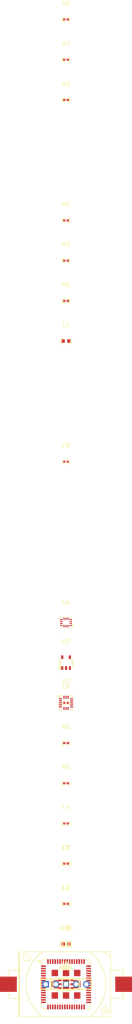
<source format=kicad_pcb>
(kicad_pcb (version 20241229) (generator "atopile") (generator_version "0.12.4")
  (layers (0 "F.Cu" signal) (31 "B.Cu" signal) (34 "B.Paste" user) (35 "F.Paste" user) (36 "B.SilkS" user "B.Silkscreen") (37 "F.SilkS" user "F.Silkscreen") (38 "B.Mask" user) (39 "F.Mask" user) (44 "Edge.Cuts" user))
  (net 0 "")
  (net 1 "PC4")
  (net 2 "PB9")
  (net 4 "PA5")
  (net 8 "PA3_UART2_RX")
  (net 11 "PC13")
  (net 15 "PA2_UART2_TX")
  (net 17 "VLXSMPS")
  (net 18 "PC6")
  (net 20 "PC3")
  (net 21 "PA4")
  (net 24 "VDDMPS")
  (net 28 "VREFpos")
  (net 29 "PC0")
  (net 34 "VFBSMPS")
  (net 37 "PC5")
  (net 38 "PC1")
  (net 40 "PB15")
  (net 5 "PA12")
  (net 41 "PA9")
  (net 42 "PA6")
  (net 43 "blah-net-3")
  (net 44 "PB13")
  (net 45 "BOOT0")
  (net 46 "PA10")
  (net 50 "PB1")
  (net 51 "PA8")
  (net 52 "PA7")
  (net 53 "PB7_UART1_RX")
  (net 54 "PB10")
  (net 55 "PB14")
  (net 58 "PB12")
  (net 59 "PA11")
  (net 60 "PB11")
  (net 64 "PC2")
  (net 65 "blah-net-2")
  (net 19 "blah-net-0")
  (net 30 "blah-net-1")
  (net 94 "blah-INT2-0")
  (net 95 "blah-net-4")
  (net 96 "blah-net-5")
  (net 97 "A")
  (net 98 "RES")
  (net 99 "ADC3")
  (net 100 "SCX")
  (net 101 "blah-CS-0")
  (net 102 "SDO_SUX")
  (net 103 "blah-SDO_SA0-1")
  (net 104 "gnd")
  (net 105 "ADC1")
  (net 107 "INT1")
  (net 108 "SDX")
  (net 109 "CS_AUX")
  (net 110 "blah-INT2-1")
  (net 111 "ADC2")
  (net 112 "led_status")
  (net 113 "vcc")
  (net 114 "vbat")
  (net 115 "adc_ntc")
  (net 116 "blah-SDO_SA0-0")
  (net 117 "activation")
  (net 119 "blah-CS-1")
  (net 12 "Feed")
  (net 13 "RF_OUT")
  (net 14 "Dummy")
  (net 16 "i2c_scl")
  (net 23 "i2c_sda")
  (net 6 "EP")
  (net 7 "ADDR")
  (net 25 "DRDY_INT")
  (net 3 "nrst")
  (net 9 "swclk")
  (net 26 "swdio")
  (footprint "RAKwireless_RAK3172_SIP_8_SM_NI:LGA-73_L12.0-W12.0-P0.60-TL" (layer "F.Cu") (at 0 0 0)
    (property "Reference" "U1" (at 0 -9.65 0) (layer "F.SilkS") (hide no))
    (property "Value" "")
    (fp_text user "${REFERENCE}" (at 0 -9.65 0) (layer "F.SilkS"))
    (pad "1" smd rect (at -5.65 -4.5 0) (size 1.17 0.37) (layers "F.Cu" "F.Paste" "F.Mask") (net 26 "swdio"))
    (pad "2" smd rect (at -5.65 -3.9 0) (size 1.17 0.37) (layers "F.Cu" "F.Paste" "F.Mask") (net 9 "swclk"))
    (pad "3" smd rect (at -5.65 -3.3 0) (size 1.17 0.37) (layers "F.Cu" "F.Paste" "F.Mask") (net 113 "vcc"))
    (pad "4" smd rect (at -5.65 -2.7 0) (size 1.17 0.37) (layers "F.Cu" "F.Paste" "F.Mask") (net 114 "vbat"))
    (pad "5" smd rect (at -5.65 -2.1 0) (size 1.17 0.37) (layers "F.Cu" "F.Paste" "F.Mask") (net 11 "PC13"))
    (pad "6" smd rect (at -5.65 -1.5 0) (size 1.17 0.37) (layers "F.Cu" "F.Paste" "F.Mask") (net 28 "VREFpos"))
    (pad "7" smd rect (at -5.65 -0.9 0) (size 1.17 0.37) (layers "F.Cu" "F.Paste" "F.Mask") (net 113 "vcc"))
    (pad "8" smd rect (at -5.65 -0.3 0) (size 1.17 0.37) (layers "F.Cu" "F.Paste" "F.Mask") (net 16 "i2c_scl"))
    (pad "9" smd rect (at -5.65 0.3 0) (size 1.17 0.37) (layers "F.Cu" "F.Paste" "F.Mask") (net 40 "PB15"))
    (pad "10" smd rect (at -5.65 0.9 0) (size 1.17 0.37) (layers "F.Cu" "F.Paste" "F.Mask") (net 34 "VFBSMPS"))
    (pad "11" smd rect (at -5.65 1.5 0) (size 1.17 0.37) (layers "F.Cu" "F.Paste" "F.Mask") (net 24 "VDDMPS"))
    (pad "12" smd rect (at -5.65 2.1 0) (size 1.17 0.37) (layers "F.Cu" "F.Paste" "F.Mask") (net 104 "gnd"))
    (pad "13" smd rect (at -5.65 2.7 0) (size 1.17 0.37) (layers "F.Cu" "F.Paste" "F.Mask") (net 17 "VLXSMPS"))
    (pad "14" smd rect (at -5.65 3.3 0) (size 1.17 0.37) (layers "F.Cu" "F.Paste" "F.Mask") (net 110 "blah-INT2-1"))
    (pad "15" smd rect (at -5.65 3.9 0) (size 1.17 0.37) (layers "F.Cu" "F.Paste" "F.Mask") (net 107 "INT1"))
    (pad "16" smd rect (at -5.65 4.5 0) (size 1.17 0.37) (layers "F.Cu" "F.Paste" "F.Mask") (net 112 "led_status"))
    (pad "17" smd rect (at -4.5 5.65 0) (size 0.37 1.17) (layers "F.Cu" "F.Paste" "F.Mask") (net 23 "i2c_sda"))
    (pad "18" smd rect (at -3.9 5.65 0) (size 0.37 1.17) (layers "F.Cu" "F.Paste" "F.Mask") (net 53 "PB7_UART1_RX"))
    (pad "19" smd rect (at -3.3 5.65 0) (size 0.37 1.17) (layers "F.Cu" "F.Paste" "F.Mask") (net 25 "DRDY_INT"))
    (pad "20" smd rect (at -2.7 5.65 0) (size 0.37 1.17) (layers "F.Cu" "F.Paste" "F.Mask") (net 2 "PB9"))
    (pad "21" smd rect (at -2.1 5.65 0) (size 0.37 1.17) (layers "F.Cu" "F.Paste" "F.Mask") (net 29 "PC0"))
    (pad "22" smd rect (at -1.5 5.65 0) (size 0.37 1.17) (layers "F.Cu" "F.Paste" "F.Mask") (net 38 "PC1"))
    (pad "23" smd rect (at -0.9 5.65 0) (size 0.37 1.17) (layers "F.Cu" "F.Paste" "F.Mask") (net 64 "PC2"))
    (pad "24" smd rect (at -0.3 5.65 0) (size 0.37 1.17) (layers "F.Cu" "F.Paste" "F.Mask") (net 20 "PC3"))
    (pad "25" smd rect (at 0.3 5.65 0) (size 0.37 1.17) (layers "F.Cu" "F.Paste" "F.Mask") (net 1 "PC4"))
    (pad "26" smd rect (at 0.9 5.65 0) (size 0.37 1.17) (layers "F.Cu" "F.Paste" "F.Mask") (net 37 "PC5"))
    (pad "27" smd rect (at 1.5 5.65 0) (size 0.37 1.17) (layers "F.Cu" "F.Paste" "F.Mask") (net 18 "PC6"))
    (pad "28" smd rect (at 2.1 5.65 0) (size 0.37 1.17) (layers "F.Cu" "F.Paste" "F.Mask") (net 104 "gnd"))
    (pad "29" smd rect (at 2.7 5.65 0) (size 0.37 1.17) (layers "F.Cu" "F.Paste" "F.Mask") (net 15 "PA2_UART2_TX"))
    (pad "30" smd rect (at 3.3 5.65 0) (size 0.37 1.17) (layers "F.Cu" "F.Paste" "F.Mask") (net 8 "PA3_UART2_RX"))
    (pad "31" smd rect (at 3.9 5.65 0) (size 0.37 1.17) (layers "F.Cu" "F.Paste" "F.Mask") (net 21 "PA4"))
    (pad "32" smd rect (at 4.5 5.65 0) (size 0.37 1.17) (layers "F.Cu" "F.Paste" "F.Mask") (net 4 "PA5"))
    (pad "33" smd rect (at 5.65 4.5 0) (size 1.17 0.37) (layers "F.Cu" "F.Paste" "F.Mask") (net 42 "PA6"))
    (pad "34" smd rect (at 5.65 3.9 0) (size 1.17 0.37) (layers "F.Cu" "F.Paste" "F.Mask") (net 52 "PA7"))
    (pad "35" smd rect (at 5.65 3.3 0) (size 1.17 0.37) (layers "F.Cu" "F.Paste" "F.Mask") (net 104 "gnd"))
    (pad "36" smd rect (at 5.65 2.7 0) (size 1.17 0.37) (layers "F.Cu" "F.Paste" "F.Mask") (net 104 "gnd"))
    (pad "37" smd rect (at 5.65 2.1 0) (size 1.17 0.37) (layers "F.Cu" "F.Paste" "F.Mask") (net 13 "RF_OUT"))
    (pad "38" smd rect (at 5.65 1.5 0) (size 1.17 0.37) (layers "F.Cu" "F.Paste" "F.Mask") (net 104 "gnd"))
    (pad "39" smd rect (at 5.65 0.9 0) (size 1.17 0.37) (layers "F.Cu" "F.Paste" "F.Mask") (net 104 "gnd"))
    (pad "40" smd rect (at 5.65 0.3 0) (size 1.17 0.37) (layers "F.Cu" "F.Paste" "F.Mask") (net 65 "blah-net-2"))
    (pad "41" smd rect (at 5.65 -0.3 0) (size 1.17 0.37) (layers "F.Cu" "F.Paste" "F.Mask") (net 43 "blah-net-3"))
    (pad "42" smd rect (at 5.65 -0.9 0) (size 1.17 0.37) (layers "F.Cu" "F.Paste" "F.Mask") (net 117 "activation"))
    (pad "43" smd rect (at 5.65 -1.5 0) (size 1.17 0.37) (layers "F.Cu" "F.Paste" "F.Mask") (net 45 "BOOT0"))
    (pad "44" smd rect (at 5.65 -2.1 0) (size 1.17 0.37) (layers "F.Cu" "F.Paste" "F.Mask") (net 3 "nrst"))
    (pad "45" smd rect (at 5.65 -2.7 0) (size 1.17 0.37) (layers "F.Cu" "F.Paste" "F.Mask") (net 115 "adc_ntc"))
    (pad "46" smd rect (at 5.65 -3.3 0) (size 1.17 0.37) (layers "F.Cu" "F.Paste" "F.Mask") (net 104 "gnd"))
    (pad "47" smd rect (at 5.65 -3.9 0) (size 1.17 0.37) (layers "F.Cu" "F.Paste" "F.Mask") (net 104 "gnd"))
    (pad "48" smd rect (at 5.65 -4.5 0) (size 1.17 0.37) (layers "F.Cu" "F.Paste" "F.Mask") (net 60 "PB11"))
    (pad "49" smd rect (at 4.5 -5.65 0) (size 0.37 1.17) (layers "F.Cu" "F.Paste" "F.Mask") (net 54 "PB10"))
    (pad "50" smd rect (at 3.9 -5.65 0) (size 0.37 1.17) (layers "F.Cu" "F.Paste" "F.Mask") (net 41 "PA9"))
    (pad "51" smd rect (at 3.3 -5.65 0) (size 0.37 1.17) (layers "F.Cu" "F.Paste" "F.Mask") (net 51 "PA8"))
    (pad "52" smd rect (at 2.7 -5.65 0) (size 0.37 1.17) (layers "F.Cu" "F.Paste" "F.Mask") (net 104 "gnd"))
    (pad "53" smd rect (at 2.1 -5.65 0) (size 0.37 1.17) (layers "F.Cu" "F.Paste" "F.Mask") (net 113 "vcc"))
    (pad "54" smd rect (at 1.5 -5.65 0) (size 0.37 1.17) (layers "F.Cu" "F.Paste" "F.Mask") (net 113 "vcc"))
    (pad "55" smd rect (at 0.9 -5.65 0) (size 0.37 1.17) (layers "F.Cu" "F.Paste" "F.Mask") (net 113 "vcc"))
    (pad "56" smd rect (at 0.3 -5.65 0) (size 0.37 1.17) (layers "F.Cu" "F.Paste" "F.Mask") (net 104 "gnd"))
    (pad "57" smd rect (at -0.3 -5.65 0) (size 0.37 1.17) (layers "F.Cu" "F.Paste" "F.Mask") (net 50 "PB1"))
    (pad "58" smd rect (at -0.9 -5.65 0) (size 0.37 1.17) (layers "F.Cu" "F.Paste" "F.Mask") (net 94 "blah-INT2-0"))
    (pad "59" smd rect (at -1.5 -5.65 0) (size 0.37 1.17) (layers "F.Cu" "F.Paste" "F.Mask") (net 58 "PB12"))
    (pad "60" smd rect (at -2.1 -5.65 0) (size 0.37 1.17) (layers "F.Cu" "F.Paste" "F.Mask") (net 44 "PB13"))
    (pad "61" smd rect (at -2.7 -5.65 0) (size 0.37 1.17) (layers "F.Cu" "F.Paste" "F.Mask") (net 55 "PB14"))
    (pad "62" smd rect (at -3.3 -5.65 0) (size 0.37 1.17) (layers "F.Cu" "F.Paste" "F.Mask") (net 46 "PA10"))
    (pad "63" smd rect (at -3.9 -5.65 0) (size 0.37 1.17) (layers "F.Cu" "F.Paste" "F.Mask") (net 59 "PA11"))
    (pad "64" smd rect (at -4.5 -5.65 0) (size 0.37 1.17) (layers "F.Cu" "F.Paste" "F.Mask") (net 5 "PA12"))
    (pad "65" smd rect (at -2.8 -2.8 0) (size 1.6 1.6) (layers "F.Cu" "F.Paste" "F.Mask") (net 104 "gnd"))
    (pad "66" smd rect (at 0 -2.8 0) (size 1.6 1.6) (layers "F.Cu" "F.Paste" "F.Mask") (net 104 "gnd"))
    (pad "67" smd rect (at 2.8 -2.8 0) (size 1.6 1.6) (layers "F.Cu" "F.Paste" "F.Mask") (net 104 "gnd"))
    (pad "68" smd rect (at -2.8 0 0) (size 1.6 1.6) (layers "F.Cu" "F.Paste" "F.Mask") (net 104 "gnd"))
    (pad "69" smd rect (at 0 0 0) (size 1.6 1.6) (layers "F.Cu" "F.Paste" "F.Mask") (net 104 "gnd"))
    (pad "70" smd rect (at 2.8 0 0) (size 1.6 1.6) (layers "F.Cu" "F.Paste" "F.Mask") (net 104 "gnd"))
    (pad "71" smd rect (at -2.8 2.8 0) (size 1.6 1.6) (layers "F.Cu" "F.Paste" "F.Mask") (net 104 "gnd"))
    (pad "72" smd rect (at 0 2.8 0) (size 1.6 1.6) (layers "F.Cu" "F.Paste" "F.Mask") (net 104 "gnd"))
    (pad "73" smd rect (at 2.8 2.8 0) (size 1.6 1.6) (layers "F.Cu" "F.Paste" "F.Mask") (net 104 "gnd"))
  )
  (footprint "Murata_Electronics_GRM155R61A475KEAAD:C0402" (layer "F.Cu") (at 0 0 0)
    (property "Reference" "C3" (at 0 -4 0) (layer "F.SilkS") (hide no))
    (property "Value" "4.7µF ±10% 10V X5R")
    (fp_text user "${REFERENCE}" (at 0 -4 0) (layer "F.SilkS"))
    (pad "2" smd rect (at 0.42 0 0) (size 0.5 0.54) (layers "F.Cu" "F.Paste" "F.Mask") (net 104 "gnd"))
    (pad "1" smd rect (at -0.42 0 0) (size 0.5 0.54) (layers "F.Cu" "F.Paste" "F.Mask") (net 113 "vcc"))
  )
  (footprint "YAGEO_CC0402KRX7R9BB104:C0402" (layer "F.Cu") (at 0 -70 0)
    (property "Reference" "C4" (at 0 -4 0) (layer "F.SilkS") (hide no))
    (property "Value" "100nF ±10% 50V X7R")
    (fp_text user "${REFERENCE}" (at 0 -4 0) (layer "F.SilkS"))
    (pad "2" smd rect (at 0.42 0 0) (size 0.5 0.54) (layers "F.Cu" "F.Paste" "F.Mask") (net 104 "gnd"))
    (pad "1" smd rect (at -0.42 0 0) (size 0.5 0.54) (layers "F.Cu" "F.Paste" "F.Mask") (net 113 "vcc"))
  )
  (footprint "Murata_Electronics_GRM155R61A475KEAAD:C0402" (layer "F.Cu") (at 0 -130 0)
    (property "Reference" "C9" (at 0 -4 0) (layer "F.SilkS") (hide no))
    (property "Value" "4.7µF ±10% 10V X5R")
    (fp_text user "${REFERENCE}" (at 0 -4 0) (layer "F.SilkS"))
    (pad "2" smd rect (at 0.42 0 0) (size 0.5 0.54) (layers "F.Cu" "F.Paste" "F.Mask") (net 104 "gnd"))
    (pad "1" smd rect (at -0.42 0 0) (size 0.5 0.54) (layers "F.Cu" "F.Paste" "F.Mask") (net 113 "vcc"))
  )
  (footprint "Murata_Electronics_LQM18FN100M00D:L0603" (layer "F.Cu") (at 0 -160 0)
    (property "Reference" "L1" (at 0 -4 0) (layer "F.SilkS") (hide no))
    (property "Value" "10µH ±20% 30MHz 50mA 1.17Ω")
    (fp_text user "${REFERENCE}" (at 0 -4 0) (layer "F.SilkS"))
    (pad "1" smd rect (at -0.7 0 180) (size 0.8 0.86) (layers "F.Cu" "F.Paste" "F.Mask") (net 113 "vcc"))
    (pad "2" smd rect (at 0.7 0 180) (size 0.8 0.86) (layers "F.Cu" "F.Paste" "F.Mask") (net 113 "vcc"))
  )
  (footprint "YAGEO_RC0402FR_0710KL:R0402" (layer "F.Cu") (at 0 -170 0)
    (property "Reference" "R1" (at 0 -4 0) (layer "F.SilkS") (hide no))
    (property "Value" "10kΩ ±1% 62.5mW")
    (fp_text user "${REFERENCE}" (at 0 -4 0) (layer "F.SilkS"))
    (pad "2" smd rect (at 0.43 0 0) (size 0.57 0.54) (layers "F.Cu" "F.Paste" "F.Mask") (net 104 "gnd"))
    (pad "1" smd rect (at -0.43 0 0) (size 0.57 0.54) (layers "F.Cu" "F.Paste" "F.Mask") (net 113 "vcc"))
  )
  (footprint "Murata_Electronics_NCP15XH103F03RC:R0402" (layer "F.Cu") (at 0 -180 0)
    (property "Reference" "R3" (at 0 -4 0) (layer "F.SilkS") (hide no))
    (property "Value" "")
    (fp_text user "${REFERENCE}" (at 0 -4 0) (layer "F.SilkS"))
    (pad "2" smd rect (at 0.43 0 0) (size 0.57 0.54) (layers "F.Cu" "F.Paste" "F.Mask") (net 104 "gnd"))
    (pad "1" smd rect (at -0.43 0 0) (size 0.57 0.54) (layers "F.Cu" "F.Paste" "F.Mask") (net 115 "adc_ntc"))
  )
  (footprint "YAGEO_RC0402FR_0710KL:R0402" (layer "F.Cu") (at 0 -190 0)
    (property "Reference" "R4" (at 0 -4 0) (layer "F.SilkS") (hide no))
    (property "Value" "10kΩ ±1% 62.5mW")
    (fp_text user "${REFERENCE}" (at 0 -4 0) (layer "F.SilkS"))
    (pad "2" smd rect (at 0.43 0 0) (size 0.57 0.54) (layers "F.Cu" "F.Paste" "F.Mask") (net 115 "adc_ntc"))
    (pad "1" smd rect (at -0.43 0 0) (size 0.57 0.54) (layers "F.Cu" "F.Paste" "F.Mask") (net 113 "vcc"))
  )
  (footprint "YAGEO_RC0402FR_0710KL:R0402" (layer "F.Cu") (at 0 -220 0)
    (property "Reference" "R2" (at 0 -4 0) (layer "F.SilkS") (hide no))
    (property "Value" "10kΩ ±1% 62.5mW")
    (fp_text user "${REFERENCE}" (at 0 -4 0) (layer "F.SilkS"))
    (pad "2" smd rect (at 0.43 0 0) (size 0.57 0.54) (layers "F.Cu" "F.Paste" "F.Mask") (net 30 "blah-net-1"))
    (pad "1" smd rect (at -0.43 0 0) (size 0.57 0.54) (layers "F.Cu" "F.Paste" "F.Mask") (net 19 "blah-net-0"))
  )
  (footprint "YAGEO_RC0402JR_074K7L:R0402" (layer "F.Cu") (at 0 -230 0)
    (property "Reference" "R7" (at 0 -4 0) (layer "F.SilkS") (hide no))
    (property "Value" "4.7kΩ ±5% 62.5mW")
    (fp_text user "${REFERENCE}" (at 0 -4 0) (layer "F.SilkS"))
    (pad "2" smd rect (at 0.43 0 0) (size 0.57 0.54) (layers "F.Cu" "F.Paste" "F.Mask") (net 23 "i2c_sda"))
    (pad "1" smd rect (at -0.43 0 0) (size 0.57 0.54) (layers "F.Cu" "F.Paste" "F.Mask") (net 113 "vcc"))
  )
  (footprint "YAGEO_RC0402JR_074K7L:R0402" (layer "F.Cu") (at 0 -240 0)
    (property "Reference" "R8" (at 0 -4 0) (layer "F.SilkS") (hide no))
    (property "Value" "4.7kΩ ±5% 62.5mW")
    (fp_text user "${REFERENCE}" (at 0 -4 0) (layer "F.SilkS"))
    (pad "2" smd rect (at 0.43 0 0) (size 0.57 0.54) (layers "F.Cu" "F.Paste" "F.Mask") (net 16 "i2c_scl"))
    (pad "1" smd rect (at -0.43 0 0) (size 0.57 0.54) (layers "F.Cu" "F.Paste" "F.Mask") (net 113 "vcc"))
  )
  (footprint "Q_J_CR2032_BS_6_1:BAT-TH_CR2032-BS-6-1" (layer "F.Cu") (at 0 0 0)
    (property "Reference" "B1" (at 0 -4 0) (layer "F.SilkS") (hide no))
    (property "Value" "")
    (fp_text user "${REFERENCE}" (at 0 -4 0) (layer "F.SilkS"))
    (pad "1" smd rect (at 14.39 0 0) (size 4.2 3.8) (layers "F.Cu" "F.Paste" "F.Mask") (net 114 "vbat"))
    (pad "2" smd rect (at -14.39 0 0) (size 4.2 3.8) (layers "F.Cu" "F.Paste" "F.Mask") (net 104 "gnd"))
  )
  (footprint "Everlight_Elec_19_217_GHC_YR1S2_3T:LED0603-RD" (layer "F.Cu") (at 0 -10 0)
    (property "Reference" "LED1" (at 0 -4 0) (layer "F.SilkS") (hide no))
    (property "Value" "")
    (fp_text user "${REFERENCE}" (at 0 -4 0) (layer "F.SilkS"))
    (pad "2" smd rect (at 0.75 0 90) (size 0.8 0.8) (layers "F.Cu" "F.Paste" "F.Mask") (net 97 "A"))
    (pad "1" smd rect (at -0.75 0 90) (size 0.8 0.8) (layers "F.Cu" "F.Paste" "F.Mask") (net 104 "gnd"))
  )
  (footprint "Murata_Electronics_BLM15PD121SN1D:L0402" (layer "F.Cu") (at 0 -20 0)
    (property "Reference" "L2" (at 0 -4 0) (layer "F.SilkS") (hide no))
    (property "Value" "")
    (fp_text user "${REFERENCE}" (at 0 -4 0) (layer "F.SilkS"))
    (pad "2" smd rect (at 0.42 0 0) (size 0.54 0.54) (layers "F.Cu" "F.Paste" "F.Mask") (net 113 "vcc"))
    (pad "1" smd rect (at -0.42 0 0) (size 0.54 0.54) (layers "F.Cu" "F.Paste" "F.Mask") (net 114 "vbat"))
  )
  (footprint "Murata_Electronics_BLM15PD121SN1D:L0402" (layer "F.Cu") (at 0 -30 0)
    (property "Reference" "L3" (at 0 -4 0) (layer "F.SilkS") (hide no))
    (property "Value" "")
    (fp_text user "${REFERENCE}" (at 0 -4 0) (layer "F.SilkS"))
    (pad "2" smd rect (at 0.42 0 0) (size 0.54 0.54) (layers "F.Cu" "F.Paste" "F.Mask") (net 113 "vcc"))
    (pad "1" smd rect (at -0.42 0 0) (size 0.54 0.54) (layers "F.Cu" "F.Paste" "F.Mask") (net 113 "vcc"))
  )
  (footprint "Murata_Electronics_BLM15PD121SN1D:L0402" (layer "F.Cu") (at 0 -40 0)
    (property "Reference" "L4" (at 0 -4 0) (layer "F.SilkS") (hide no))
    (property "Value" "")
    (fp_text user "${REFERENCE}" (at 0 -4 0) (layer "F.SilkS"))
    (pad "2" smd rect (at 0.42 0 0) (size 0.54 0.54) (layers "F.Cu" "F.Paste" "F.Mask") (net 113 "vcc"))
    (pad "1" smd rect (at -0.42 0 0) (size 0.54 0.54) (layers "F.Cu" "F.Paste" "F.Mask") (net 113 "vcc"))
  )
  (footprint "YAGEO_RC0402FR_0710KL:R0402" (layer "F.Cu") (at 0 -50 0)
    (property "Reference" "R5" (at 0 -4 0) (layer "F.SilkS") (hide no))
    (property "Value" "10kΩ ±1% 62.5mW")
    (fp_text user "${REFERENCE}" (at 0 -4 0) (layer "F.SilkS"))
    (pad "2" smd rect (at 0.43 0 0) (size 0.57 0.54) (layers "F.Cu" "F.Paste" "F.Mask") (net 117 "activation"))
    (pad "1" smd rect (at -0.43 0 0) (size 0.57 0.54) (layers "F.Cu" "F.Paste" "F.Mask") (net 113 "vcc"))
  )
  (footprint "YAGEO_RC0402JR_071KL:R0402" (layer "F.Cu") (at 0 -60 0)
    (property "Reference" "R6" (at 0 -4 0) (layer "F.SilkS") (hide no))
    (property "Value" "1kΩ ±5% 62.5mW")
    (fp_text user "${REFERENCE}" (at 0 -4 0) (layer "F.SilkS"))
    (pad "2" smd rect (at 0.43 0 0) (size 0.57 0.54) (layers "F.Cu" "F.Paste" "F.Mask") (net 97 "A"))
    (pad "1" smd rect (at -0.43 0 0) (size 0.57 0.54) (layers "F.Cu" "F.Paste" "F.Mask") (net 112 "led_status"))
  )
  (footprint "STMicroelectronics_LIS3DHTR:LGA-16_L3.0-W3.0-P0.50-TL" (layer "F.Cu") (at 0 -70 0)
    (property "Reference" "U2" (at 0 -5.4 0) (layer "F.SilkS") (hide no))
    (property "Value" "")
    (fp_text user "${REFERENCE}" (at 0 -5.4 0) (layer "F.SilkS"))
    (pad "1" smd oval (at -1.4 -1 0) (size 0.8 0.28) (layers "F.Cu" "F.Paste" "F.Mask") (net 113 "vcc"))
    (pad "2" smd oval (at -1.4 -0.5 0) (size 0.8 0.28) (layers "F.Cu" "F.Paste" "F.Mask") (net 95 "blah-net-4"))
    (pad "3" smd oval (at -1.4 0 0) (size 0.8 0.28) (layers "F.Cu" "F.Paste" "F.Mask") (net 96 "blah-net-5"))
    (pad "4" smd oval (at -1.4 0.5 0) (size 0.8 0.28) (layers "F.Cu" "F.Paste" "F.Mask") (net 16 "i2c_scl"))
    (pad "5" smd oval (at -1.4 1 0) (size 0.8 0.28) (layers "F.Cu" "F.Paste" "F.Mask") (net 104 "gnd"))
    (pad "6" smd oval (at -0.5 1.4 0) (size 0.28 0.8) (layers "F.Cu" "F.Paste" "F.Mask") (net 23 "i2c_sda"))
    (pad "7" smd oval (at 0 1.4 0) (size 0.28 0.8) (layers "F.Cu" "F.Paste" "F.Mask") (net 116 "blah-SDO_SA0-0"))
    (pad "8" smd oval (at 0.5 1.4 0) (size 0.28 0.8) (layers "F.Cu" "F.Paste" "F.Mask") (net 101 "blah-CS-0"))
    (pad "9" smd oval (at 1.4 1 0) (size 0.8 0.28) (layers "F.Cu" "F.Paste" "F.Mask") (net 110 "blah-INT2-1"))
    (pad "10" smd oval (at 1.4 0.5 0) (size 0.8 0.28) (layers "F.Cu" "F.Paste" "F.Mask") (net 98 "RES"))
    (pad "11" smd oval (at 1.4 0 0) (size 0.8 0.28) (layers "F.Cu" "F.Paste" "F.Mask") (net 107 "INT1"))
    (pad "12" smd oval (at 1.4 -0.5 0) (size 0.8 0.28) (layers "F.Cu" "F.Paste" "F.Mask") (net 104 "gnd"))
    (pad "13" smd oval (at 1.4 -1 0) (size 0.8 0.28) (layers "F.Cu" "F.Paste" "F.Mask") (net 99 "ADC3"))
    (pad "14" smd oval (at 0.5 -1.4 0) (size 0.28 0.8) (layers "F.Cu" "F.Paste" "F.Mask") (net 113 "vcc"))
    (pad "15" smd oval (at 0 -1.4 0) (size 0.28 0.8) (layers "F.Cu" "F.Paste" "F.Mask") (net 111 "ADC2"))
    (pad "16" smd oval (at -0.5 -1.4 0) (size 0.28 0.8) (layers "F.Cu" "F.Paste" "F.Mask") (net 105 "ADC1"))
  )
  (footprint "FMD_FT24C02A_KLR_T:SOT-23-5_L2.9-W1.5-P0.95-LS2.8-BL" (layer "F.Cu") (at 0 -80 0)
    (property "Reference" "U3" (at 0 -5.35 0) (layer "F.SilkS") (hide no))
    (property "Value" "")
    (fp_text user "${REFERENCE}" (at 0 -5.35 0) (layer "F.SilkS"))
    (pad "5" smd rect (at -0.95 -1.35 0) (size 0.55 0.9) (layers "F.Cu" "F.Paste" "F.Mask") (net 104 "gnd"))
    (pad "4" smd rect (at 0.95 -1.35 0) (size 0.55 0.9) (layers "F.Cu" "F.Paste" "F.Mask") (net 113 "vcc"))
    (pad "3" smd rect (at 0.95 1.35 0) (size 0.55 0.9) (layers "F.Cu" "F.Paste" "F.Mask") (net 23 "i2c_sda"))
    (pad "2" smd rect (at 0 1.35 0) (size 0.55 0.9) (layers "F.Cu" "F.Paste" "F.Mask") (net 104 "gnd"))
    (pad "1" smd rect (at -0.95 1.35 0) (size 0.55 0.9) (layers "F.Cu" "F.Paste" "F.Mask") (net 16 "i2c_scl"))
  )
  (footprint "QST_QMI8658C:LGA-14_L3.0-W2.5-P0.50-BR" (layer "F.Cu") (at 0 -90 0)
    (property "Reference" "U4" (at 0 -4.92 0) (layer "F.SilkS") (hide no))
    (property "Value" "")
    (fp_text user "${REFERENCE}" (at 0 -4.92 0) (layer "F.SilkS"))
    (pad "1" smd rect (at 1.17 0.75 0) (size 0.6 0.27) (layers "F.Cu" "F.Paste" "F.Mask") (net 103 "blah-SDO_SA0-1"))
    (pad "2" smd rect (at 1.17 0.25 0) (size 0.6 0.27) (layers "F.Cu" "F.Paste" "F.Mask") (net 108 "SDX"))
    (pad "3" smd rect (at 1.17 -0.25 0) (size 0.6 0.27) (layers "F.Cu" "F.Paste" "F.Mask") (net 100 "SCX"))
    (pad "4" smd rect (at 1.17 -0.75 0) (size 0.6 0.27) (layers "F.Cu" "F.Paste" "F.Mask") (net 104 "gnd"))
    (pad "5" smd rect (at 0.5 -0.92 0) (size 0.27 0.6) (layers "F.Cu" "F.Paste" "F.Mask") (net 113 "vcc"))
    (pad "6" smd rect (at 0 -0.92 0) (size 0.27 0.6) (layers "F.Cu" "F.Paste" "F.Mask") (net 104 "gnd"))
    (pad "7" smd rect (at -0.5 -0.92 0) (size 0.27 0.6) (layers "F.Cu" "F.Paste" "F.Mask") (net 104 "gnd"))
    (pad "8" smd rect (at -1.17 -0.75 0) (size 0.6 0.27) (layers "F.Cu" "F.Paste" "F.Mask") (net 113 "vcc"))
    (pad "9" smd rect (at -1.17 -0.25 0) (size 0.6 0.27) (layers "F.Cu" "F.Paste" "F.Mask") (net 94 "blah-INT2-0"))
    (pad "10" smd rect (at -1.17 0.25 0) (size 0.6 0.27) (layers "F.Cu" "F.Paste" "F.Mask") (net 109 "CS_AUX"))
    (pad "11" smd rect (at -1.17 0.75 0) (size 0.6 0.27) (layers "F.Cu" "F.Paste" "F.Mask") (net 102 "SDO_SUX"))
    (pad "12" smd rect (at -0.5 0.92 0) (size 0.27 0.6) (layers "F.Cu" "F.Paste" "F.Mask") (net 119 "blah-CS-1"))
    (pad "13" smd rect (at 0 0.92 0) (size 0.27 0.6) (layers "F.Cu" "F.Paste" "F.Mask") (net 16 "i2c_scl"))
    (pad "14" smd rect (at 0.5 0.92 0) (size 0.27 0.6) (layers "F.Cu" "F.Paste" "F.Mask") (net 23 "i2c_sda"))
  )
  (footprint "KYOCERA_AVX_M620720:ANT-SMD_3P-L6.0-W2.0_M620720" (layer "F.Cu") (at 0 0 0)
    (property "Reference" "ANT1" (at 0 -4 0) (layer "F.SilkS") (hide no))
    (property "Value" "")
    (fp_text user "${REFERENCE}" (at 0 -4 0) (layer "F.SilkS"))
    (pad "3" smd rect (at 2.44 0 0) (size 1.1 2) (layers "F.Cu" "F.Paste" "F.Mask") (net 104 "gnd"))
    (pad "2" smd rect (at 0 0 0) (size 1.1 2) (layers "F.Cu" "F.Paste" "F.Mask") (net 14 "Dummy"))
    (pad "1" smd rect (at -2.44 0 0) (size 1.1 2) (layers "F.Cu" "F.Paste" "F.Mask") (net 12 "Feed"))
  )
  (footprint "Murata_Electronics_GJM1555C1H5R6BB01D:C0402" (layer "F.Cu") (at 0 -10 0)
    (property "Reference" "C1" (at 0 -4 0) (layer "F.SilkS") (hide no))
    (property "Value" "5.6pF 50V C0G")
    (fp_text user "${REFERENCE}" (at 0 -4 0) (layer "F.SilkS"))
    (pad "2" smd rect (at 0.42 0 0) (size 0.5 0.54) (layers "F.Cu" "F.Paste" "F.Mask") (net 104 "gnd"))
    (pad "1" smd rect (at -0.42 0 0) (size 0.5 0.54) (layers "F.Cu" "F.Paste" "F.Mask") (net 13 "RF_OUT"))
  )
  (footprint "Murata_Electronics_GJM1555C1H5R6BB01D:C0402" (layer "F.Cu") (at 0 -20 0)
    (property "Reference" "C2" (at 0 -4 0) (layer "F.SilkS") (hide no))
    (property "Value" "5.6pF 50V C0G")
    (fp_text user "${REFERENCE}" (at 0 -4 0) (layer "F.SilkS"))
    (pad "2" smd rect (at 0.42 0 0) (size 0.5 0.54) (layers "F.Cu" "F.Paste" "F.Mask") (net 104 "gnd"))
    (pad "1" smd rect (at -0.42 0 0) (size 0.5 0.54) (layers "F.Cu" "F.Paste" "F.Mask") (net 12 "Feed"))
  )
  (footprint "Murata_Electronics_LQG15HS4N3S02D:L0402" (layer "F.Cu") (at 0 -30 0)
    (property "Reference" "L5" (at 0 -4 0) (layer "F.SilkS") (hide no))
    (property "Value" "4.3nH 6GHz 750mA 140mΩ")
    (fp_text user "${REFERENCE}" (at 0 -4 0) (layer "F.SilkS"))
    (pad "2" smd rect (at 0.42 0 0) (size 0.54 0.54) (layers "F.Cu" "F.Paste" "F.Mask") (net 12 "Feed"))
    (pad "1" smd rect (at -0.42 0 0) (size 0.54 0.54) (layers "F.Cu" "F.Paste" "F.Mask") (net 13 "RF_OUT"))
  )
  (footprint "Texas_Instruments_HDC2080DMBR:WSON-6_L3.0-W3.0-P1.00-TL-EP" (layer "F.Cu") (at 0 0 0)
    (property "Reference" "U5" (at 0 -5 0) (layer "F.SilkS") (hide no))
    (property "Value" "")
    (fp_text user "${REFERENCE}" (at 0 -5 0) (layer "F.SilkS"))
    (pad "1" smd rect (at -1.5 -1 90) (size 0.5 0.8) (layers "F.Cu" "F.Paste" "F.Mask") (net 23 "i2c_sda"))
    (pad "2" smd rect (at -1.5 0 90) (size 0.5 0.8) (layers "F.Cu" "F.Paste" "F.Mask") (net 104 "gnd"))
    (pad "3" smd rect (at -1.5 1 90) (size 0.5 0.8) (layers "F.Cu" "F.Paste" "F.Mask") (net 7 "ADDR"))
    (pad "4" smd rect (at 1.5 1 90) (size 0.5 0.8) (layers "F.Cu" "F.Paste" "F.Mask") (net 25 "DRDY_INT"))
    (pad "7" smd rect (at 0 0 90) (size 2.4 1.6) (layers "F.Cu" "F.Paste" "F.Mask") (net 6 "EP"))
    (pad "6" smd rect (at 1.5 -1 90) (size 0.5 0.8) (layers "F.Cu" "F.Paste" "F.Mask") (net 16 "i2c_scl"))
    (pad "5" smd rect (at 1.5 0 90) (size 0.5 0.8) (layers "F.Cu" "F.Paste" "F.Mask") (net 113 "vcc"))
  )
  (footprint "YAGEO_CC0402KRX7R9BB104:C0402" (layer "F.Cu") (at 0 0 0)
    (property "Reference" "C5" (at 0 -4 0) (layer "F.SilkS") (hide no))
    (property "Value" "100nF ±10% 50V X7R")
    (fp_text user "${REFERENCE}" (at 0 -4 0) (layer "F.SilkS"))
    (pad "2" smd rect (at 0.42 0 0) (size 0.5 0.54) (layers "F.Cu" "F.Paste" "F.Mask") (net 104 "gnd"))
    (pad "1" smd rect (at -0.42 0 0) (size 0.5 0.54) (layers "F.Cu" "F.Paste" "F.Mask") (net 113 "vcc"))
  )
  (footprint "YAGEO_CC0402KRX7R9BB104:C0402" (layer "F.Cu") (at 0 -10 0)
    (property "Reference" "C6" (at 0 -4 0) (layer "F.SilkS") (hide no))
    (property "Value" "100nF ±10% 50V X7R")
    (fp_text user "${REFERENCE}" (at 0 -4 0) (layer "F.SilkS"))
    (pad "2" smd rect (at 0.42 0 0) (size 0.5 0.54) (layers "F.Cu" "F.Paste" "F.Mask") (net 104 "gnd"))
    (pad "1" smd rect (at -0.42 0 0) (size 0.5 0.54) (layers "F.Cu" "F.Paste" "F.Mask") (net 113 "vcc"))
  )
  (footprint "YAGEO_CC0402KRX7R9BB104:C0402" (layer "F.Cu") (at 0 -20 0)
    (property "Reference" "C7" (at 0 -4 0) (layer "F.SilkS") (hide no))
    (property "Value" "100nF ±10% 50V X7R")
    (fp_text user "${REFERENCE}" (at 0 -4 0) (layer "F.SilkS"))
    (pad "2" smd rect (at 0.42 0 0) (size 0.5 0.54) (layers "F.Cu" "F.Paste" "F.Mask") (net 104 "gnd"))
    (pad "1" smd rect (at -0.42 0 0) (size 0.5 0.54) (layers "F.Cu" "F.Paste" "F.Mask") (net 113 "vcc"))
  )
  (footprint "YAGEO_CC0402KRX7R9BB104:C0402" (layer "F.Cu") (at 0 -30 0)
    (property "Reference" "C8" (at 0 -4 0) (layer "F.SilkS") (hide no))
    (property "Value" "100nF ±10% 50V X7R")
    (fp_text user "${REFERENCE}" (at 0 -4 0) (layer "F.SilkS"))
    (pad "2" smd rect (at 0.42 0 0) (size 0.5 0.54) (layers "F.Cu" "F.Paste" "F.Mask") (net 104 "gnd"))
    (pad "1" smd rect (at -0.42 0 0) (size 0.5 0.54) (layers "F.Cu" "F.Paste" "F.Mask") (net 113 "vcc"))
  )
  (footprint "Ckmtw_B_2100S05P_A110:HDR-TH_5P-P2.54-V-M" (layer "F.Cu") (at 0 0 0)
    (property "Reference" "H1" (at 0 -4 0) (layer "F.SilkS") (hide no))
    (property "Value" "")
    (fp_text user "${REFERENCE}" (at 0 -4 0) (layer "F.SilkS"))
    (pad "1" thru_hole rect (at -5.08 0 0) (size 1.7 1.7) (drill 1.1000231999999999) (layers "*.Cu" "*.Mask") (net 113 "vcc"))
    (pad "2" thru_hole circle (at -2.54 0 0) (size 1.7 1.7) (drill 1.1000231999999999) (layers "*.Cu" "*.Mask") (net 26 "swdio"))
    (pad "3" thru_hole circle (at 0 0 0) (size 1.7 1.7) (drill 1.1000231999999999) (layers "*.Cu" "*.Mask") (net 9 "swclk"))
    (pad "4" thru_hole circle (at 2.54 0 0) (size 1.7 1.7) (drill 1.1000231999999999) (layers "*.Cu" "*.Mask") (net 3 "nrst"))
    (pad "5" thru_hole circle (at 5.08 0 0) (size 1.7 1.7) (drill 1.1000231999999999) (layers "*.Cu" "*.Mask") (net 104 "gnd"))
  )
)
</source>
